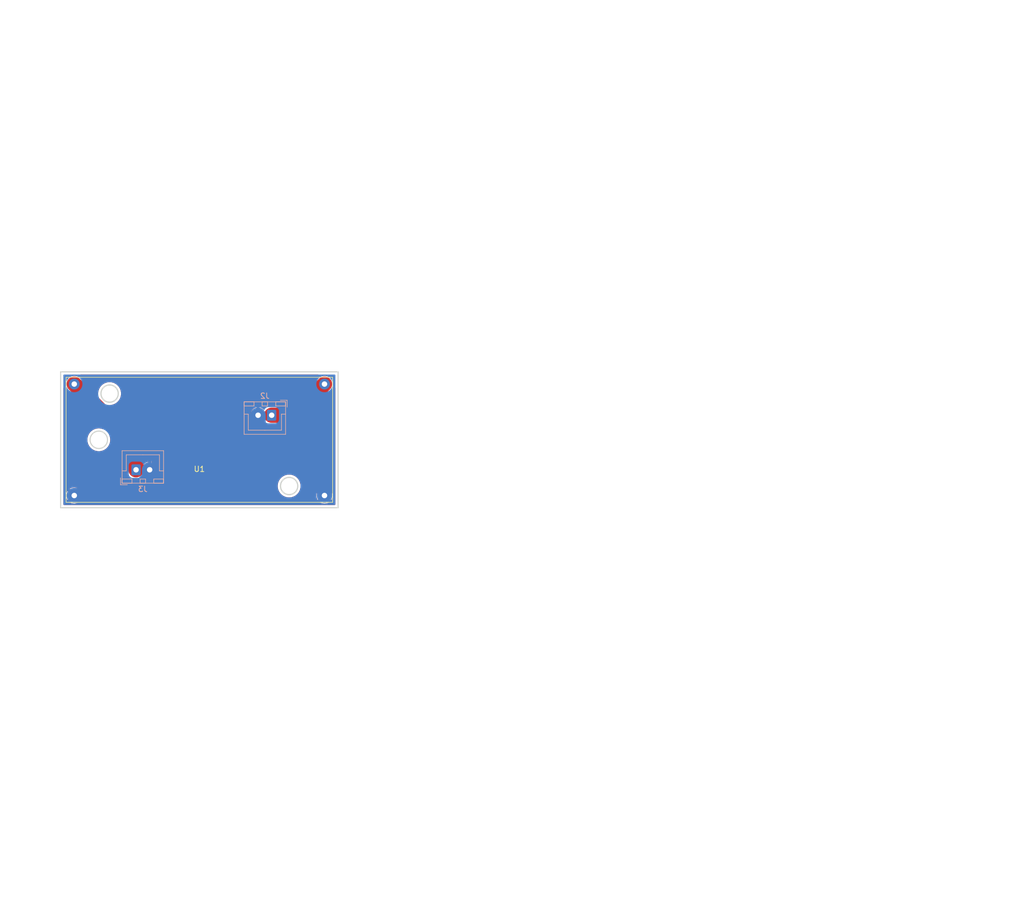
<source format=kicad_pcb>
(kicad_pcb (version 20240108) (generator "pcbnew") (generator_version "8.0")
  (layers (0 "F.Cu" signal) (31 "B.Cu" signal) (34 "B.Paste" user) (35 "F.Paste" user) (36 "B.SilkS" user "B.Silkscreen") (37 "F.SilkS" user "F.Silkscreen") (38 "B.Mask" user) (39 "F.Mask" user) (44 "Edge.Cuts" user))
  (net 0 "")
  (net 1 "48V")
  (net 2 "GND")
  (net 3 "12V")
  (footprint "BoostConverter:Boost_Convertor_LM2577" (layer "F.Cu") (at 67.5 100)
    (property "Reference" "U1" (at 0 5.382 0) (layer "F.SilkS"))
    (property "Value" "BoostConverter")
    (fp_line (start -24.5 -11.5) (end -24.5 11.5) (stroke (width 0.12)) (layer "F.SilkS"))
    (fp_line (start -24.5 -11.5) (end 24.5 -11.5) (stroke (width 0.12)) (layer "F.SilkS"))
    (fp_line (start -24.5 11.5) (end 24.5 11.5) (stroke (width 0.12)) (layer "F.SilkS"))
    (fp_line (start 24.5 11.5) (end 24.5 -11.5) (stroke (width 0.12)) (layer "F.SilkS"))
    (fp_circle (center -16.5 -8.5) (end -15 -8.5) (stroke (width 0.05)) (fill none) (layer "Edge.Cuts"))
    (fp_circle (center 16.5 8.5) (end 18 8.5) (stroke (width 0.05)) (fill none) (layer "Edge.Cuts"))
    (pad "1" thru_hole circle (at -23 -10.25) (size 2 2) (drill 1) (layers "*.Cu" "*.Mask") (net 3 "12V"))
    (pad "2" thru_hole circle (at -23 10.25) (size 2 2) (drill 1) (layers "*.Cu" "*.Mask") (net 2 "GND"))
    (pad "3" thru_hole circle (at 23 -10.25) (size 2 2) (drill 1) (layers "*.Cu" "*.Mask") (net 1 "48V"))
    (pad "4" thru_hole circle (at 23 10.25) (size 2 2) (drill 1) (layers "*.Cu" "*.Mask") (net 2 "GND"))
  )
  (footprint "Connector_JST:JST_XH_B2B-XH-A_1x02_P2.50mm_Vertical" (layer "B.Cu") (at 55.86 105.515)
    (property "Reference" "J3" (at 1.25 3.55 360) (layer "B.SilkS") (effects (justify mirror)))
    (property "Value" "Conn_01x02")
    (fp_line (start -2.85 1.5) (end -2.85 2.75) (stroke (width 0.12)) (layer "B.SilkS"))
    (fp_line (start -2.85 2.75) (end -1.6 2.75) (stroke (width 0.12)) (layer "B.SilkS"))
    (fp_line (start -2.56 -3.51) (end -2.56 2.46) (stroke (width 0.12)) (layer "B.SilkS"))
    (fp_line (start -2.56 2.46) (end 5.06 2.46) (stroke (width 0.12)) (layer "B.SilkS"))
    (fp_line (start -2.55 1.7) (end -2.55 2.45) (stroke (width 0.12)) (layer "B.SilkS"))
    (fp_line (start -2.55 2.45) (end -0.75 2.45) (stroke (width 0.12)) (layer "B.SilkS"))
    (fp_line (start -1.8 -2.75) (end -1.8 0.2) (stroke (width 0.12)) (layer "B.SilkS"))
    (fp_line (start -1.8 0.2) (end -2.55 0.2) (stroke (width 0.12)) (layer "B.SilkS"))
    (fp_line (start -0.75 1.7) (end -2.55 1.7) (stroke (width 0.12)) (layer "B.SilkS"))
    (fp_line (start -0.75 2.45) (end -0.75 1.7) (stroke (width 0.12)) (layer "B.SilkS"))
    (fp_line (start 0.75 1.7) (end 0.75 2.45) (stroke (width 0.12)) (layer "B.SilkS"))
    (fp_line (start 0.75 2.45) (end 1.75 2.45) (stroke (width 0.12)) (layer "B.SilkS"))
    (fp_line (start 1.25 -2.75) (end -1.8 -2.75) (stroke (width 0.12)) (layer "B.SilkS"))
    (fp_line (start 1.25 -2.75) (end 4.3 -2.75) (stroke (width 0.12)) (layer "B.SilkS"))
    (fp_line (start 1.75 1.7) (end 0.75 1.7) (stroke (width 0.12)) (layer "B.SilkS"))
    (fp_line (start 1.75 2.45) (end 1.75 1.7) (stroke (width 0.12)) (layer "B.SilkS"))
    (fp_line (start 3.25 1.7) (end 3.25 2.45) (stroke (width 0.12)) (layer "B.SilkS"))
    (fp_line (start 3.25 2.45) (end 5.05 2.45) (stroke (width 0.12)) (layer "B.SilkS"))
    (fp_line (start 4.3 -2.75) (end 4.3 0.2) (stroke (width 0.12)) (layer "B.SilkS"))
    (fp_line (start 4.3 0.2) (end 5.05 0.2) (stroke (width 0.12)) (layer "B.SilkS"))
    (fp_line (start 5.05 1.7) (end 3.25 1.7) (stroke (width 0.12)) (layer "B.SilkS"))
    (fp_line (start 5.05 2.45) (end 5.05 1.7) (stroke (width 0.12)) (layer "B.SilkS"))
    (fp_line (start 5.06 -3.51) (end -2.56 -3.51) (stroke (width 0.12)) (layer "B.SilkS"))
    (fp_line (start 5.06 2.46) (end 5.06 -3.51) (stroke (width 0.12)) (layer "B.SilkS"))
    (pad "1" thru_hole roundrect (at 0 0) (size 1.7 2) (drill 1) (layers "*.Cu" "*.Mask") (roundrect_rratio 0.147059) (net 3 "12V"))
    (pad "2" thru_hole oval (at 2.5 0) (size 1.7 2) (drill 1) (layers "*.Cu" "*.Mask") (net 2 "GND"))
  )
  (footprint "Connector_JST:JST_XH_B2B-XH-A_1x02_P2.50mm_Vertical" (layer "B.Cu") (at 80.79 95.48 180)
    (property "Reference" "J2" (at 1.25 3.55 180) (layer "B.SilkS") (effects (justify mirror)))
    (property "Value" "Conn_01x02")
    (fp_line (start 5.06 2.46) (end 5.06 -3.51) (stroke (width 0.12)) (layer "B.SilkS"))
    (fp_line (start 5.06 -3.51) (end -2.56 -3.51) (stroke (width 0.12)) (layer "B.SilkS"))
    (fp_line (start 5.05 2.45) (end 5.05 1.7) (stroke (width 0.12)) (layer "B.SilkS"))
    (fp_line (start 5.05 1.7) (end 3.25 1.7) (stroke (width 0.12)) (layer "B.SilkS"))
    (fp_line (start 4.3 0.2) (end 5.05 0.2) (stroke (width 0.12)) (layer "B.SilkS"))
    (fp_line (start 4.3 -2.75) (end 4.3 0.2) (stroke (width 0.12)) (layer "B.SilkS"))
    (fp_line (start 3.25 2.45) (end 5.05 2.45) (stroke (width 0.12)) (layer "B.SilkS"))
    (fp_line (start 3.25 1.7) (end 3.25 2.45) (stroke (width 0.12)) (layer "B.SilkS"))
    (fp_line (start 1.75 2.45) (end 1.75 1.7) (stroke (width 0.12)) (layer "B.SilkS"))
    (fp_line (start 1.75 1.7) (end 0.75 1.7) (stroke (width 0.12)) (layer "B.SilkS"))
    (fp_line (start 1.25 -2.75) (end 4.3 -2.75) (stroke (width 0.12)) (layer "B.SilkS"))
    (fp_line (start 1.25 -2.75) (end -1.8 -2.75) (stroke (width 0.12)) (layer "B.SilkS"))
    (fp_line (start 0.75 2.45) (end 1.75 2.45) (stroke (width 0.12)) (layer "B.SilkS"))
    (fp_line (start 0.75 1.7) (end 0.75 2.45) (stroke (width 0.12)) (layer "B.SilkS"))
    (fp_line (start -0.75 2.45) (end -0.75 1.7) (stroke (width 0.12)) (layer "B.SilkS"))
    (fp_line (start -0.75 1.7) (end -2.55 1.7) (stroke (width 0.12)) (layer "B.SilkS"))
    (fp_line (start -1.8 0.2) (end -2.55 0.2) (stroke (width 0.12)) (layer "B.SilkS"))
    (fp_line (start -1.8 -2.75) (end -1.8 0.2) (stroke (width 0.12)) (layer "B.SilkS"))
    (fp_line (start -2.55 2.45) (end -0.75 2.45) (stroke (width 0.12)) (layer "B.SilkS"))
    (fp_line (start -2.55 1.7) (end -2.55 2.45) (stroke (width 0.12)) (layer "B.SilkS"))
    (fp_line (start -2.56 2.46) (end 5.06 2.46) (stroke (width 0.12)) (layer "B.SilkS"))
    (fp_line (start -2.56 -3.51) (end -2.56 2.46) (stroke (width 0.12)) (layer "B.SilkS"))
    (fp_line (start -2.85 2.75) (end -1.6 2.75) (stroke (width 0.12)) (layer "B.SilkS"))
    (fp_line (start -2.85 1.5) (end -2.85 2.75) (stroke (width 0.12)) (layer "B.SilkS"))
    (pad "1" thru_hole roundrect (at 0 0 180) (size 1.7 2) (drill 1) (layers "*.Cu" "*.Mask") (roundrect_rratio 0.147059) (net 1 "48V"))
    (pad "2" thru_hole oval (at 2.5 0 180) (size 1.7 2) (drill 1) (layers "*.Cu" "*.Mask") (net 2 "GND"))
  )
  (gr_circle (center 49.01215 100) (end 50.61215 100) (stroke (width 0.2)) (fill none) (layer "Edge.Cuts"))
  (gr_line (start 93 87.5) (end 93 112.5) (stroke (width 0.2)) (layer "Edge.Cuts"))
  (gr_circle (center 84 108.5) (end 85.6 108.5) (stroke (width 0.2)) (fill none) (layer "Edge.Cuts"))
  (gr_line (start 93 112.5) (end 42 112.5) (stroke (width 0.2)) (layer "Edge.Cuts"))
  (gr_line (start 42 87.5) (end 42 112.5) (stroke (width 0.2)) (layer "Edge.Cuts"))
  (gr_circle (center 51 91.5) (end 52.6 91.5) (stroke (width 0.2)) (fill none) (layer "Edge.Cuts"))
  (gr_line (start 93 87.5) (end 42 87.5) (stroke (width 0.2)) (layer "Edge.Cuts"))
  (segment (start 84.77 95.48) (end 90.5 89.75) (width 2.8) (layer "F.Cu") (net 1))
  (segment (start 80.79 95.48) (end 84.77 95.48) (width 2.8) (layer "F.Cu") (net 1))
  (segment (start 78.29 95.48) (end 78.29 98.98) (width 2.8) (layer "B.Cu") (net 2))
  (segment (start 55.098222 110.25) (end 44.5 110.25) (width 2.8) (layer "B.Cu") (net 2))
  (segment (start 90.5 107.43) (end 90.5 110.25) (width 2.8) (layer "B.Cu") (net 2))
  (segment (start 71.755 105.515) (end 58.36 105.515) (width 2.8) (layer "B.Cu") (net 2))
  (segment (start 84.01 104.7) (end 87.77 104.7) (width 2.8) (layer "B.Cu") (net 2))
  (segment (start 87.77 104.7) (end 90.5 107.43) (width 2.8) (layer "B.Cu") (net 2))
  (segment (start 58.36 105.515) (end 58.36 106.988222) (width 2.8) (layer "B.Cu") (net 2))
  (segment (start 58.36 106.988222) (end 55.098222 110.25) (width 2.8) (layer "B.Cu") (net 2))
  (segment (start 78.29 98.98) (end 84.01 104.7) (width 2.8) (layer "B.Cu") (net 2))
  (segment (start 78.29 98.98) (end 71.755 105.515) (width 2.8) (layer "B.Cu") (net 2))
  (segment (start 55.86 101.11) (end 44.5 89.75) (width 2.8) (layer "F.Cu") (net 3))
  (segment (start 55.86 105.515) (end 55.86 101.11) (width 2.8) (layer "F.Cu") (net 3))
  (zone (net 2) (net_name "GND") (layers "F&B.Cu") (connect_pads (clearance 0.5)) (min_thickness 0.25) (fill yes (thermal_gap 0.5) (thermal_bridge_width 0.5))
    (polygon (pts (xy 32.06 72.12) (xy 30.85 121.24) (xy 106.77 121.58) (xy 107.98 76.27)))
  )
)
</source>
